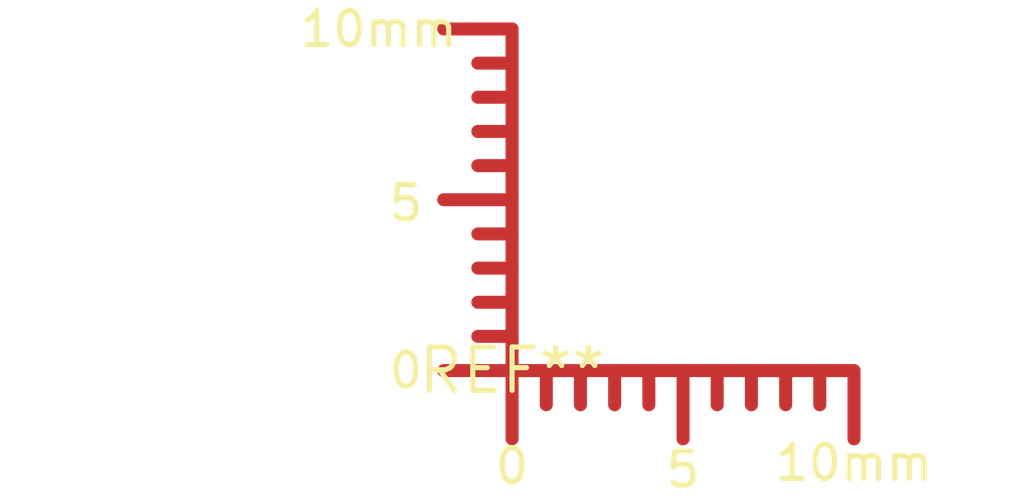
<source format=kicad_pcb>
(kicad_pcb (version 20240108) (generator pcbnew)
  (layers (0 "F.Cu" signal) (31 "B.Cu" signal) (34 "B.Paste" user) (35 "F.Paste" user) (36 "B.SilkS" user "B.Silkscreen") (37 "F.SilkS" user "F.Silkscreen") (38 "B.Mask" user) (39 "F.Mask" user) (44 "Edge.Cuts" user))
  (net 0 "")
  (footprint "Gauge_10mm_Type2_CopperTop" (layer "F.Cu") (at 0 0)
    (property "Reference" "REF**")
    (property "Value" "Gauge_10mm_Type2_CopperTop")
    (fp_line (start 0 -9.99998) (end -1.99898 -9.99998) (layer "F.Cu") (stroke (width 0.381)))
    (fp_line (start 0 -8.99922) (end -1.00076 -8.99922) (layer "F.Cu") (stroke (width 0.381)))
    (fp_line (start 0 -8.001) (end -1.00076 -8.001) (layer "F.Cu") (stroke (width 0.381)))
    (fp_line (start 0 -7.00024) (end -1.00076 -7.00024) (layer "F.Cu") (stroke (width 0.381)))
    (fp_line (start 0 -5.99948) (end -1.00076 -5.99948) (layer "F.Cu") (stroke (width 0.381)))
    (fp_line (start 0 -5.00126) (end -1.99898 -5.00126) (layer "F.Cu") (stroke (width 0.381)))
    (fp_line (start 0 -4.0005) (end -1.00076 -4.0005) (layer "F.Cu") (stroke (width 0.381)))
    (fp_line (start 0 -2.99974) (end -1.00076 -2.99974) (layer "F.Cu") (stroke (width 0.381)))
    (fp_line (start 0 -1.99898) (end -1.00076 -1.99898) (layer "F.Cu") (stroke (width 0.381)))
    (fp_line (start 0 -1.00076) (end -1.00076 -1.00076) (layer "F.Cu") (stroke (width 0.381)))
    (fp_line (start 0 0) (end -1.99898 0) (layer "F.Cu") (stroke (width 0.381)))
    (fp_line (start 0 0) (end 0 -9.99998) (layer "F.Cu") (stroke (width 0.381)))
    (fp_line (start 0 0) (end 0 1.99898) (layer "F.Cu") (stroke (width 0.381)))
    (fp_line (start 0 0) (end 9.99998 0) (layer "F.Cu") (stroke (width 0.381)))
    (fp_line (start 1.00076 0) (end 1.00076 1.00076) (layer "F.Cu") (stroke (width 0.381)))
    (fp_line (start 1.99898 0) (end 1.99898 1.00076) (layer "F.Cu") (stroke (width 0.381)))
    (fp_line (start 2.99974 0) (end 2.99974 1.00076) (layer "F.Cu") (stroke (width 0.381)))
    (fp_line (start 4.0005 0) (end 4.0005 1.00076) (layer "F.Cu") (stroke (width 0.381)))
    (fp_line (start 5.00126 0) (end 5.00126 1.99898) (layer "F.Cu") (stroke (width 0.381)))
    (fp_line (start 5.99948 0) (end 5.99948 1.00076) (layer "F.Cu") (stroke (width 0.381)))
    (fp_line (start 7.00024 0) (end 7.00024 1.00076) (layer "F.Cu") (stroke (width 0.381)))
    (fp_line (start 8.001 0) (end 8.001 1.00076) (layer "F.Cu") (stroke (width 0.381)))
    (fp_line (start 8.99922 0) (end 8.99922 1.00076) (layer "F.Cu") (stroke (width 0.381)))
    (fp_line (start 9.99998 0) (end 9.99998 1.99898) (layer "F.Cu") (stroke (width 0.381)))
    (fp_text user "5" (at -3.10134 -4.89966 0) (layer "F.SilkS"))
    (fp_text user "10mm" (at 9.99998 2.70002 0) (layer "F.SilkS"))
    (fp_text user "0" (at -3.10134 0 0) (layer "F.SilkS"))
    (fp_text user "5" (at 4.99872 2.90068 0) (layer "F.SilkS"))
    (fp_text user "10mm" (at -3.90144 -9.99998 0) (layer "F.SilkS"))
    (fp_text user "0" (at 0 2.79908 0) (layer "F.SilkS"))
  )
)
</source>
